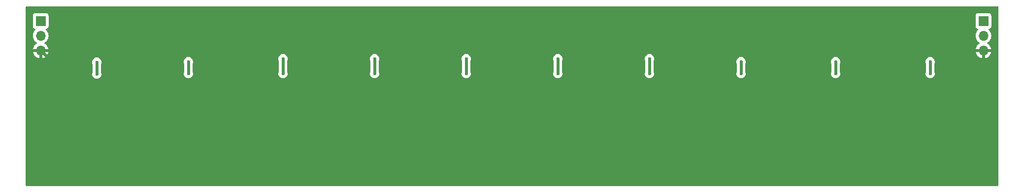
<source format=gbl>
G04 #@! TF.GenerationSoftware,KiCad,Pcbnew,8.0.3*
G04 #@! TF.CreationDate,2024-06-20T18:30:59+01:00*
G04 #@! TF.ProjectId,BClock,42436c6f-636b-42e6-9b69-6361645f7063,rev?*
G04 #@! TF.SameCoordinates,Original*
G04 #@! TF.FileFunction,Copper,L2,Bot*
G04 #@! TF.FilePolarity,Positive*
%FSLAX46Y46*%
G04 Gerber Fmt 4.6, Leading zero omitted, Abs format (unit mm)*
G04 Created by KiCad (PCBNEW 8.0.3) date 2024-06-20 18:30:59*
%MOMM*%
%LPD*%
G01*
G04 APERTURE LIST*
G04 #@! TA.AperFunction,ComponentPad*
%ADD10O,1.700000X1.700000*%
G04 #@! TD*
G04 #@! TA.AperFunction,ComponentPad*
%ADD11R,1.700000X1.700000*%
G04 #@! TD*
G04 #@! TA.AperFunction,ViaPad*
%ADD12C,0.600000*%
G04 #@! TD*
G04 #@! TA.AperFunction,Conductor*
%ADD13C,0.500000*%
G04 #@! TD*
G04 APERTURE END LIST*
D10*
X71628000Y-82374500D03*
X71628000Y-79834500D03*
D11*
X71628000Y-77294500D03*
D10*
X233680000Y-82374500D03*
X233680000Y-79834500D03*
D11*
X233680000Y-77294500D03*
D12*
X224536000Y-84328000D03*
X224536000Y-86360000D03*
X208280000Y-84328000D03*
X208280000Y-86360000D03*
X192024000Y-84328000D03*
X192024000Y-86360000D03*
X176276000Y-86360000D03*
X176276000Y-83820000D03*
X160528000Y-83820000D03*
X160528000Y-86360000D03*
X144780000Y-86360000D03*
X144780000Y-83820000D03*
X129032000Y-86360000D03*
X129032000Y-83820000D03*
X113284000Y-86360000D03*
X113284000Y-83820000D03*
X77724000Y-86360000D03*
X97028000Y-84328000D03*
X97028000Y-86360000D03*
X99568004Y-96598500D03*
X94996000Y-90502500D03*
X115824004Y-96520000D03*
X111252000Y-90424000D03*
X131572004Y-96598500D03*
X127000000Y-90502500D03*
X147320004Y-96598500D03*
X142748000Y-90502500D03*
X174244000Y-90424000D03*
X178816004Y-96520000D03*
X189992000Y-90502500D03*
X194564004Y-96598500D03*
X210820004Y-96520000D03*
X206248000Y-90424000D03*
X222504000Y-90424000D03*
X227076004Y-96520000D03*
X163068004Y-96520000D03*
X158496000Y-90424000D03*
X81280000Y-84406500D03*
X81280000Y-86438500D03*
X79248000Y-90502500D03*
X83820004Y-96598500D03*
D13*
X224536000Y-84328000D02*
X224536000Y-86360000D01*
X208280000Y-84328000D02*
X208280000Y-86360000D01*
X192024000Y-84328000D02*
X192024000Y-86360000D01*
X176276000Y-83820000D02*
X176276000Y-86360000D01*
X160528000Y-83820000D02*
X160528000Y-86360000D01*
X144780000Y-83820000D02*
X144780000Y-86360000D01*
X129032000Y-83820000D02*
X129032000Y-86360000D01*
X113284000Y-83820000D02*
X113284000Y-86360000D01*
X72644000Y-83390500D02*
X71628000Y-82374500D01*
X73152000Y-86360000D02*
X72644000Y-85852000D01*
X77724000Y-86360000D02*
X73152000Y-86360000D01*
X72644000Y-85852000D02*
X72644000Y-83390500D01*
X97028000Y-84328000D02*
X97028000Y-86360000D01*
X222504000Y-91440000D02*
X227076004Y-96012004D01*
X227076004Y-96012004D02*
X227076004Y-96520000D01*
X222504000Y-90424000D02*
X222504000Y-91440000D01*
X206248000Y-91440000D02*
X210820004Y-96012004D01*
X210820004Y-96012004D02*
X210820004Y-96520000D01*
X206248000Y-90424000D02*
X206248000Y-91440000D01*
X189992000Y-91518500D02*
X194564004Y-96090504D01*
X194564004Y-96090504D02*
X194564004Y-96598500D01*
X189992000Y-90502500D02*
X189992000Y-91518500D01*
X174244000Y-91440000D02*
X178816004Y-96012004D01*
X178816004Y-96012004D02*
X178816004Y-96520000D01*
X174244000Y-90424000D02*
X174244000Y-91440000D01*
X158496000Y-91440000D02*
X163068004Y-96012004D01*
X163068004Y-96012004D02*
X163068004Y-96520000D01*
X158496000Y-90424000D02*
X158496000Y-91440000D01*
X142748000Y-91518500D02*
X147320004Y-96090504D01*
X147320004Y-96090504D02*
X147320004Y-96598500D01*
X142748000Y-90502500D02*
X142748000Y-91518500D01*
X127000000Y-91518500D02*
X131572004Y-96090504D01*
X131572004Y-96090504D02*
X131572004Y-96598500D01*
X127000000Y-90502500D02*
X127000000Y-91518500D01*
X111252000Y-91440000D02*
X115824004Y-96012004D01*
X115824004Y-96012004D02*
X115824004Y-96520000D01*
X111252000Y-90424000D02*
X111252000Y-91440000D01*
X94996000Y-91518500D02*
X99568004Y-96090504D01*
X99568004Y-96090504D02*
X99568004Y-96598500D01*
X94996000Y-90502500D02*
X94996000Y-91518500D01*
X81280000Y-86438500D02*
X81280000Y-84406500D01*
X79248000Y-90502500D02*
X79248000Y-91518500D01*
X83820004Y-96090504D02*
X83820004Y-96598500D01*
X79248000Y-91518500D02*
X83820004Y-96090504D01*
G04 #@! TA.AperFunction,Conductor*
G36*
X236170539Y-74766685D02*
G01*
X236216294Y-74819489D01*
X236227500Y-74871000D01*
X236227500Y-105626000D01*
X236207815Y-105693039D01*
X236155011Y-105738794D01*
X236103500Y-105750000D01*
X69204500Y-105750000D01*
X69137461Y-105730315D01*
X69091706Y-105677511D01*
X69080500Y-105626000D01*
X69080500Y-84406496D01*
X80474435Y-84406496D01*
X80474435Y-84406503D01*
X80494630Y-84585749D01*
X80494631Y-84585754D01*
X80522542Y-84665517D01*
X80529500Y-84706472D01*
X80529500Y-86138528D01*
X80522542Y-86179482D01*
X80494631Y-86259247D01*
X80474435Y-86438496D01*
X80474435Y-86438503D01*
X80494630Y-86617749D01*
X80494631Y-86617754D01*
X80554211Y-86788023D01*
X80600859Y-86862262D01*
X80650184Y-86940762D01*
X80777738Y-87068316D01*
X80930478Y-87164289D01*
X80934125Y-87165565D01*
X81100745Y-87223868D01*
X81100750Y-87223869D01*
X81279996Y-87244065D01*
X81280000Y-87244065D01*
X81280004Y-87244065D01*
X81459249Y-87223869D01*
X81459252Y-87223868D01*
X81459255Y-87223868D01*
X81629522Y-87164289D01*
X81782262Y-87068316D01*
X81909816Y-86940762D01*
X82005789Y-86788022D01*
X82065368Y-86617755D01*
X82074213Y-86539254D01*
X82085565Y-86438503D01*
X82085565Y-86438496D01*
X82065368Y-86259247D01*
X82065368Y-86259245D01*
X82037458Y-86179482D01*
X82030500Y-86138528D01*
X82030500Y-84706472D01*
X82037458Y-84665517D01*
X82065368Y-84585755D01*
X82074213Y-84507254D01*
X82085565Y-84406503D01*
X82085565Y-84406496D01*
X82076720Y-84327996D01*
X96222435Y-84327996D01*
X96222435Y-84328003D01*
X96242630Y-84507249D01*
X96242631Y-84507254D01*
X96270542Y-84587017D01*
X96277500Y-84627972D01*
X96277500Y-86060028D01*
X96270542Y-86100982D01*
X96242631Y-86180747D01*
X96222435Y-86359996D01*
X96222435Y-86360003D01*
X96242630Y-86539249D01*
X96242631Y-86539254D01*
X96302211Y-86709523D01*
X96351536Y-86788022D01*
X96398184Y-86862262D01*
X96525738Y-86989816D01*
X96678478Y-87085789D01*
X96848745Y-87145368D01*
X96848750Y-87145369D01*
X97027996Y-87165565D01*
X97028000Y-87165565D01*
X97028004Y-87165565D01*
X97207249Y-87145369D01*
X97207252Y-87145368D01*
X97207255Y-87145368D01*
X97377522Y-87085789D01*
X97530262Y-86989816D01*
X97657816Y-86862262D01*
X97753789Y-86709522D01*
X97813368Y-86539255D01*
X97824720Y-86438503D01*
X97833565Y-86360003D01*
X97833565Y-86359996D01*
X97813368Y-86180747D01*
X97813368Y-86180745D01*
X97785458Y-86100982D01*
X97778500Y-86060028D01*
X97778500Y-84627972D01*
X97785458Y-84587017D01*
X97813368Y-84507254D01*
X97813369Y-84507249D01*
X97833565Y-84328003D01*
X97833565Y-84327996D01*
X97813369Y-84148750D01*
X97813368Y-84148745D01*
X97781257Y-84056978D01*
X97753789Y-83978478D01*
X97657816Y-83825738D01*
X97652074Y-83819996D01*
X112478435Y-83819996D01*
X112478435Y-83820003D01*
X112498630Y-83999249D01*
X112498631Y-83999254D01*
X112526542Y-84079017D01*
X112533500Y-84119972D01*
X112533500Y-86060028D01*
X112526542Y-86100982D01*
X112498631Y-86180747D01*
X112478435Y-86359996D01*
X112478435Y-86360003D01*
X112498630Y-86539249D01*
X112498631Y-86539254D01*
X112558211Y-86709523D01*
X112607536Y-86788022D01*
X112654184Y-86862262D01*
X112781738Y-86989816D01*
X112934478Y-87085789D01*
X113104745Y-87145368D01*
X113104750Y-87145369D01*
X113283996Y-87165565D01*
X113284000Y-87165565D01*
X113284004Y-87165565D01*
X113463249Y-87145369D01*
X113463252Y-87145368D01*
X113463255Y-87145368D01*
X113633522Y-87085789D01*
X113786262Y-86989816D01*
X113913816Y-86862262D01*
X114009789Y-86709522D01*
X114069368Y-86539255D01*
X114080720Y-86438503D01*
X114089565Y-86360003D01*
X114089565Y-86359996D01*
X114069368Y-86180747D01*
X114069368Y-86180745D01*
X114041458Y-86100982D01*
X114034500Y-86060028D01*
X114034500Y-84119972D01*
X114041458Y-84079017D01*
X114049170Y-84056978D01*
X114069368Y-83999255D01*
X114071709Y-83978478D01*
X114089565Y-83820003D01*
X114089565Y-83819996D01*
X128226435Y-83819996D01*
X128226435Y-83820003D01*
X128246630Y-83999249D01*
X128246631Y-83999254D01*
X128274542Y-84079017D01*
X128281500Y-84119972D01*
X128281500Y-86060028D01*
X128274542Y-86100982D01*
X128246631Y-86180747D01*
X128226435Y-86359996D01*
X128226435Y-86360003D01*
X128246630Y-86539249D01*
X128246631Y-86539254D01*
X128306211Y-86709523D01*
X128355536Y-86788022D01*
X128402184Y-86862262D01*
X128529738Y-86989816D01*
X128682478Y-87085789D01*
X128852745Y-87145368D01*
X128852750Y-87145369D01*
X129031996Y-87165565D01*
X129032000Y-87165565D01*
X129032004Y-87165565D01*
X129211249Y-87145369D01*
X129211252Y-87145368D01*
X129211255Y-87145368D01*
X129381522Y-87085789D01*
X129534262Y-86989816D01*
X129661816Y-86862262D01*
X129757789Y-86709522D01*
X129817368Y-86539255D01*
X129828720Y-86438503D01*
X129837565Y-86360003D01*
X129837565Y-86359996D01*
X129817368Y-86180747D01*
X129817368Y-86180745D01*
X129789458Y-86100982D01*
X129782500Y-86060028D01*
X129782500Y-84119972D01*
X129789458Y-84079017D01*
X129797170Y-84056978D01*
X129817368Y-83999255D01*
X129819709Y-83978478D01*
X129837565Y-83820003D01*
X129837565Y-83819996D01*
X143974435Y-83819996D01*
X143974435Y-83820003D01*
X143994630Y-83999249D01*
X143994631Y-83999254D01*
X144022542Y-84079017D01*
X144029500Y-84119972D01*
X144029500Y-86060028D01*
X144022542Y-86100982D01*
X143994631Y-86180747D01*
X143974435Y-86359996D01*
X143974435Y-86360003D01*
X143994630Y-86539249D01*
X143994631Y-86539254D01*
X144054211Y-86709523D01*
X144103536Y-86788022D01*
X144150184Y-86862262D01*
X144277738Y-86989816D01*
X144430478Y-87085789D01*
X144600745Y-87145368D01*
X144600750Y-87145369D01*
X144779996Y-87165565D01*
X144780000Y-87165565D01*
X144780004Y-87165565D01*
X144959249Y-87145369D01*
X144959252Y-87145368D01*
X144959255Y-87145368D01*
X145129522Y-87085789D01*
X145282262Y-86989816D01*
X145409816Y-86862262D01*
X145505789Y-86709522D01*
X145565368Y-86539255D01*
X145576720Y-86438503D01*
X145585565Y-86360003D01*
X145585565Y-86359996D01*
X145565368Y-86180747D01*
X145565368Y-86180745D01*
X145537458Y-86100982D01*
X145530500Y-86060028D01*
X145530500Y-84119972D01*
X145537458Y-84079017D01*
X145545170Y-84056978D01*
X145565368Y-83999255D01*
X145567709Y-83978478D01*
X145585565Y-83820003D01*
X145585565Y-83819996D01*
X159722435Y-83819996D01*
X159722435Y-83820003D01*
X159742630Y-83999249D01*
X159742631Y-83999254D01*
X159770542Y-84079017D01*
X159777500Y-84119972D01*
X159777500Y-86060028D01*
X159770542Y-86100982D01*
X159742631Y-86180747D01*
X159722435Y-86359996D01*
X159722435Y-86360003D01*
X159742630Y-86539249D01*
X159742631Y-86539254D01*
X159802211Y-86709523D01*
X159851536Y-86788022D01*
X159898184Y-86862262D01*
X160025738Y-86989816D01*
X160178478Y-87085789D01*
X160348745Y-87145368D01*
X160348750Y-87145369D01*
X160527996Y-87165565D01*
X160528000Y-87165565D01*
X160528004Y-87165565D01*
X160707249Y-87145369D01*
X160707252Y-87145368D01*
X160707255Y-87145368D01*
X160877522Y-87085789D01*
X161030262Y-86989816D01*
X161157816Y-86862262D01*
X161253789Y-86709522D01*
X161313368Y-86539255D01*
X161324720Y-86438503D01*
X161333565Y-86360003D01*
X161333565Y-86359996D01*
X161313368Y-86180747D01*
X161313368Y-86180745D01*
X161285458Y-86100982D01*
X161278500Y-86060028D01*
X161278500Y-84119972D01*
X161285458Y-84079017D01*
X161293170Y-84056978D01*
X161313368Y-83999255D01*
X161315709Y-83978478D01*
X161333565Y-83820003D01*
X161333565Y-83819996D01*
X175470435Y-83819996D01*
X175470435Y-83820003D01*
X175490630Y-83999249D01*
X175490631Y-83999254D01*
X175518542Y-84079017D01*
X175525500Y-84119972D01*
X175525500Y-86060028D01*
X175518542Y-86100982D01*
X175490631Y-86180747D01*
X175470435Y-86359996D01*
X175470435Y-86360003D01*
X175490630Y-86539249D01*
X175490631Y-86539254D01*
X175550211Y-86709523D01*
X175599536Y-86788022D01*
X175646184Y-86862262D01*
X175773738Y-86989816D01*
X175926478Y-87085789D01*
X176096745Y-87145368D01*
X176096750Y-87145369D01*
X176275996Y-87165565D01*
X176276000Y-87165565D01*
X176276004Y-87165565D01*
X176455249Y-87145369D01*
X176455252Y-87145368D01*
X176455255Y-87145368D01*
X176625522Y-87085789D01*
X176778262Y-86989816D01*
X176905816Y-86862262D01*
X177001789Y-86709522D01*
X177061368Y-86539255D01*
X177072720Y-86438503D01*
X177081565Y-86360003D01*
X177081565Y-86359996D01*
X177061368Y-86180747D01*
X177061368Y-86180745D01*
X177033458Y-86100982D01*
X177026500Y-86060028D01*
X177026500Y-84327996D01*
X191218435Y-84327996D01*
X191218435Y-84328003D01*
X191238630Y-84507249D01*
X191238631Y-84507254D01*
X191266542Y-84587017D01*
X191273500Y-84627972D01*
X191273500Y-86060028D01*
X191266542Y-86100982D01*
X191238631Y-86180747D01*
X191218435Y-86359996D01*
X191218435Y-86360003D01*
X191238630Y-86539249D01*
X191238631Y-86539254D01*
X191298211Y-86709523D01*
X191347536Y-86788022D01*
X191394184Y-86862262D01*
X191521738Y-86989816D01*
X191674478Y-87085789D01*
X191844745Y-87145368D01*
X191844750Y-87145369D01*
X192023996Y-87165565D01*
X192024000Y-87165565D01*
X192024004Y-87165565D01*
X192203249Y-87145369D01*
X192203252Y-87145368D01*
X192203255Y-87145368D01*
X192373522Y-87085789D01*
X192526262Y-86989816D01*
X192653816Y-86862262D01*
X192749789Y-86709522D01*
X192809368Y-86539255D01*
X192820720Y-86438503D01*
X192829565Y-86360003D01*
X192829565Y-86359996D01*
X192809368Y-86180747D01*
X192809368Y-86180745D01*
X192781458Y-86100982D01*
X192774500Y-86060028D01*
X192774500Y-84627972D01*
X192781458Y-84587017D01*
X192809368Y-84507254D01*
X192809369Y-84507249D01*
X192829565Y-84328003D01*
X192829565Y-84327996D01*
X207474435Y-84327996D01*
X207474435Y-84328003D01*
X207494630Y-84507249D01*
X207494631Y-84507254D01*
X207522542Y-84587017D01*
X207529500Y-84627972D01*
X207529500Y-86060028D01*
X207522542Y-86100982D01*
X207494631Y-86180747D01*
X207474435Y-86359996D01*
X207474435Y-86360003D01*
X207494630Y-86539249D01*
X207494631Y-86539254D01*
X207554211Y-86709523D01*
X207603536Y-86788022D01*
X207650184Y-86862262D01*
X207777738Y-86989816D01*
X207930478Y-87085789D01*
X208100745Y-87145368D01*
X208100750Y-87145369D01*
X208279996Y-87165565D01*
X208280000Y-87165565D01*
X208280004Y-87165565D01*
X208459249Y-87145369D01*
X208459252Y-87145368D01*
X208459255Y-87145368D01*
X208629522Y-87085789D01*
X208782262Y-86989816D01*
X208909816Y-86862262D01*
X209005789Y-86709522D01*
X209065368Y-86539255D01*
X209076720Y-86438503D01*
X209085565Y-86360003D01*
X209085565Y-86359996D01*
X209065368Y-86180747D01*
X209065368Y-86180745D01*
X209037458Y-86100982D01*
X209030500Y-86060028D01*
X209030500Y-84627972D01*
X209037458Y-84587017D01*
X209065368Y-84507254D01*
X209065369Y-84507249D01*
X209085565Y-84328003D01*
X209085565Y-84327996D01*
X223730435Y-84327996D01*
X223730435Y-84328003D01*
X223750630Y-84507249D01*
X223750631Y-84507254D01*
X223778542Y-84587017D01*
X223785500Y-84627972D01*
X223785500Y-86060028D01*
X223778542Y-86100982D01*
X223750631Y-86180747D01*
X223730435Y-86359996D01*
X223730435Y-86360003D01*
X223750630Y-86539249D01*
X223750631Y-86539254D01*
X223810211Y-86709523D01*
X223859536Y-86788022D01*
X223906184Y-86862262D01*
X224033738Y-86989816D01*
X224186478Y-87085789D01*
X224356745Y-87145368D01*
X224356750Y-87145369D01*
X224535996Y-87165565D01*
X224536000Y-87165565D01*
X224536004Y-87165565D01*
X224715249Y-87145369D01*
X224715252Y-87145368D01*
X224715255Y-87145368D01*
X224885522Y-87085789D01*
X225038262Y-86989816D01*
X225165816Y-86862262D01*
X225261789Y-86709522D01*
X225321368Y-86539255D01*
X225332720Y-86438503D01*
X225341565Y-86360003D01*
X225341565Y-86359996D01*
X225321368Y-86180747D01*
X225321368Y-86180745D01*
X225293458Y-86100982D01*
X225286500Y-86060028D01*
X225286500Y-84627972D01*
X225293458Y-84587017D01*
X225321368Y-84507254D01*
X225321369Y-84507249D01*
X225341565Y-84328003D01*
X225341565Y-84327996D01*
X225321369Y-84148750D01*
X225321368Y-84148745D01*
X225289257Y-84056978D01*
X225261789Y-83978478D01*
X225165816Y-83825738D01*
X225038262Y-83698184D01*
X225010454Y-83680711D01*
X224885523Y-83602211D01*
X224715254Y-83542631D01*
X224715249Y-83542630D01*
X224536004Y-83522435D01*
X224535996Y-83522435D01*
X224356750Y-83542630D01*
X224356745Y-83542631D01*
X224186476Y-83602211D01*
X224033737Y-83698184D01*
X223906184Y-83825737D01*
X223810211Y-83978476D01*
X223750631Y-84148745D01*
X223750630Y-84148750D01*
X223730435Y-84327996D01*
X209085565Y-84327996D01*
X209065369Y-84148750D01*
X209065368Y-84148745D01*
X209033257Y-84056978D01*
X209005789Y-83978478D01*
X208909816Y-83825738D01*
X208782262Y-83698184D01*
X208754454Y-83680711D01*
X208629523Y-83602211D01*
X208459254Y-83542631D01*
X208459249Y-83542630D01*
X208280004Y-83522435D01*
X208279996Y-83522435D01*
X208100750Y-83542630D01*
X208100745Y-83542631D01*
X207930476Y-83602211D01*
X207777737Y-83698184D01*
X207650184Y-83825737D01*
X207554211Y-83978476D01*
X207494631Y-84148745D01*
X207494630Y-84148750D01*
X207474435Y-84327996D01*
X192829565Y-84327996D01*
X192809369Y-84148750D01*
X192809368Y-84148745D01*
X192777257Y-84056978D01*
X192749789Y-83978478D01*
X192653816Y-83825738D01*
X192526262Y-83698184D01*
X192498454Y-83680711D01*
X192373523Y-83602211D01*
X192203254Y-83542631D01*
X192203249Y-83542630D01*
X192024004Y-83522435D01*
X192023996Y-83522435D01*
X191844750Y-83542630D01*
X191844745Y-83542631D01*
X191674476Y-83602211D01*
X191521737Y-83698184D01*
X191394184Y-83825737D01*
X191298211Y-83978476D01*
X191238631Y-84148745D01*
X191238630Y-84148750D01*
X191218435Y-84327996D01*
X177026500Y-84327996D01*
X177026500Y-84119972D01*
X177033458Y-84079017D01*
X177041170Y-84056978D01*
X177061368Y-83999255D01*
X177063709Y-83978478D01*
X177081565Y-83820003D01*
X177081565Y-83819996D01*
X177061369Y-83640750D01*
X177061368Y-83640745D01*
X177027036Y-83542630D01*
X177001789Y-83470478D01*
X176905816Y-83317738D01*
X176778262Y-83190184D01*
X176625523Y-83094211D01*
X176455254Y-83034631D01*
X176455249Y-83034630D01*
X176276004Y-83014435D01*
X176275996Y-83014435D01*
X176096750Y-83034630D01*
X176096745Y-83034631D01*
X175926476Y-83094211D01*
X175773737Y-83190184D01*
X175646184Y-83317737D01*
X175550211Y-83470476D01*
X175490631Y-83640745D01*
X175490630Y-83640750D01*
X175470435Y-83819996D01*
X161333565Y-83819996D01*
X161313369Y-83640750D01*
X161313368Y-83640745D01*
X161279036Y-83542630D01*
X161253789Y-83470478D01*
X161157816Y-83317738D01*
X161030262Y-83190184D01*
X160877523Y-83094211D01*
X160707254Y-83034631D01*
X160707249Y-83034630D01*
X160528004Y-83014435D01*
X160527996Y-83014435D01*
X160348750Y-83034630D01*
X160348745Y-83034631D01*
X160178476Y-83094211D01*
X160025737Y-83190184D01*
X159898184Y-83317737D01*
X159802211Y-83470476D01*
X159742631Y-83640745D01*
X159742630Y-83640750D01*
X159722435Y-83819996D01*
X145585565Y-83819996D01*
X145565369Y-83640750D01*
X145565368Y-83640745D01*
X145531036Y-83542630D01*
X145505789Y-83470478D01*
X145409816Y-83317738D01*
X145282262Y-83190184D01*
X145129523Y-83094211D01*
X144959254Y-83034631D01*
X144959249Y-83034630D01*
X144780004Y-83014435D01*
X144779996Y-83014435D01*
X144600750Y-83034630D01*
X144600745Y-83034631D01*
X144430476Y-83094211D01*
X144277737Y-83190184D01*
X144150184Y-83317737D01*
X144054211Y-83470476D01*
X143994631Y-83640745D01*
X143994630Y-83640750D01*
X143974435Y-83819996D01*
X129837565Y-83819996D01*
X129817369Y-83640750D01*
X129817368Y-83640745D01*
X129783036Y-83542630D01*
X129757789Y-83470478D01*
X129661816Y-83317738D01*
X129534262Y-83190184D01*
X129381523Y-83094211D01*
X129211254Y-83034631D01*
X129211249Y-83034630D01*
X129032004Y-83014435D01*
X129031996Y-83014435D01*
X128852750Y-83034630D01*
X128852745Y-83034631D01*
X128682476Y-83094211D01*
X128529737Y-83190184D01*
X128402184Y-83317737D01*
X128306211Y-83470476D01*
X128246631Y-83640745D01*
X128246630Y-83640750D01*
X128226435Y-83819996D01*
X114089565Y-83819996D01*
X114069369Y-83640750D01*
X114069368Y-83640745D01*
X114035036Y-83542630D01*
X114009789Y-83470478D01*
X113913816Y-83317738D01*
X113786262Y-83190184D01*
X113633523Y-83094211D01*
X113463254Y-83034631D01*
X113463249Y-83034630D01*
X113284004Y-83014435D01*
X113283996Y-83014435D01*
X113104750Y-83034630D01*
X113104745Y-83034631D01*
X112934476Y-83094211D01*
X112781737Y-83190184D01*
X112654184Y-83317737D01*
X112558211Y-83470476D01*
X112498631Y-83640745D01*
X112498630Y-83640750D01*
X112478435Y-83819996D01*
X97652074Y-83819996D01*
X97530262Y-83698184D01*
X97502454Y-83680711D01*
X97377523Y-83602211D01*
X97207254Y-83542631D01*
X97207249Y-83542630D01*
X97028004Y-83522435D01*
X97027996Y-83522435D01*
X96848750Y-83542630D01*
X96848745Y-83542631D01*
X96678476Y-83602211D01*
X96525737Y-83698184D01*
X96398184Y-83825737D01*
X96302211Y-83978476D01*
X96242631Y-84148745D01*
X96242630Y-84148750D01*
X96222435Y-84327996D01*
X82076720Y-84327996D01*
X82065369Y-84227250D01*
X82065368Y-84227245D01*
X82037900Y-84148745D01*
X82005789Y-84056978D01*
X81909816Y-83904238D01*
X81782262Y-83776684D01*
X81629523Y-83680711D01*
X81459254Y-83621131D01*
X81459249Y-83621130D01*
X81280004Y-83600935D01*
X81279996Y-83600935D01*
X81100750Y-83621130D01*
X81100745Y-83621131D01*
X80930476Y-83680711D01*
X80777737Y-83776684D01*
X80650184Y-83904237D01*
X80554211Y-84056976D01*
X80494631Y-84227245D01*
X80494630Y-84227250D01*
X80474435Y-84406496D01*
X69080500Y-84406496D01*
X69080500Y-79834499D01*
X70272341Y-79834499D01*
X70272341Y-79834500D01*
X70292936Y-80069903D01*
X70292938Y-80069913D01*
X70354094Y-80298155D01*
X70354096Y-80298159D01*
X70354097Y-80298163D01*
X70453965Y-80512330D01*
X70453967Y-80512334D01*
X70589501Y-80705895D01*
X70589506Y-80705902D01*
X70756597Y-80872993D01*
X70756603Y-80872998D01*
X70942594Y-81003230D01*
X70986219Y-81057807D01*
X70993413Y-81127305D01*
X70961890Y-81189660D01*
X70942595Y-81206380D01*
X70756922Y-81336390D01*
X70756920Y-81336391D01*
X70589891Y-81503420D01*
X70589886Y-81503426D01*
X70454400Y-81696920D01*
X70454399Y-81696922D01*
X70354570Y-81911007D01*
X70354567Y-81911013D01*
X70297364Y-82124499D01*
X70297364Y-82124500D01*
X71194988Y-82124500D01*
X71162075Y-82181507D01*
X71128000Y-82308674D01*
X71128000Y-82440326D01*
X71162075Y-82567493D01*
X71194988Y-82624500D01*
X70297364Y-82624500D01*
X70354567Y-82837986D01*
X70354570Y-82837992D01*
X70454399Y-83052078D01*
X70589894Y-83245582D01*
X70756917Y-83412605D01*
X70950421Y-83548100D01*
X71164507Y-83647929D01*
X71164516Y-83647933D01*
X71378000Y-83705134D01*
X71378000Y-82807512D01*
X71435007Y-82840425D01*
X71562174Y-82874500D01*
X71693826Y-82874500D01*
X71820993Y-82840425D01*
X71878000Y-82807512D01*
X71878000Y-83705133D01*
X72091483Y-83647933D01*
X72091492Y-83647929D01*
X72305578Y-83548100D01*
X72499082Y-83412605D01*
X72666105Y-83245582D01*
X72801600Y-83052078D01*
X72901429Y-82837992D01*
X72901432Y-82837986D01*
X72958636Y-82624500D01*
X72061012Y-82624500D01*
X72093925Y-82567493D01*
X72128000Y-82440326D01*
X72128000Y-82308674D01*
X72093925Y-82181507D01*
X72061012Y-82124500D01*
X72958636Y-82124500D01*
X72958635Y-82124499D01*
X72901432Y-81911013D01*
X72901429Y-81911007D01*
X72801600Y-81696922D01*
X72801599Y-81696920D01*
X72666113Y-81503426D01*
X72666108Y-81503420D01*
X72499078Y-81336390D01*
X72313405Y-81206379D01*
X72269780Y-81151802D01*
X72262588Y-81082304D01*
X72294110Y-81019949D01*
X72313406Y-81003230D01*
X72499401Y-80872995D01*
X72666495Y-80705901D01*
X72802035Y-80512330D01*
X72901903Y-80298163D01*
X72963063Y-80069908D01*
X72983659Y-79834500D01*
X72983659Y-79834499D01*
X232324341Y-79834499D01*
X232324341Y-79834500D01*
X232344936Y-80069903D01*
X232344938Y-80069913D01*
X232406094Y-80298155D01*
X232406096Y-80298159D01*
X232406097Y-80298163D01*
X232505965Y-80512330D01*
X232505967Y-80512334D01*
X232641501Y-80705895D01*
X232641506Y-80705902D01*
X232808597Y-80872993D01*
X232808603Y-80872998D01*
X232994594Y-81003230D01*
X233038219Y-81057807D01*
X233045413Y-81127305D01*
X233013890Y-81189660D01*
X232994595Y-81206380D01*
X232808922Y-81336390D01*
X232808920Y-81336391D01*
X232641891Y-81503420D01*
X232641886Y-81503426D01*
X232506400Y-81696920D01*
X232506399Y-81696922D01*
X232406570Y-81911007D01*
X232406567Y-81911013D01*
X232349364Y-82124499D01*
X232349364Y-82124500D01*
X233246988Y-82124500D01*
X233214075Y-82181507D01*
X233180000Y-82308674D01*
X233180000Y-82440326D01*
X233214075Y-82567493D01*
X233246988Y-82624500D01*
X232349364Y-82624500D01*
X232406567Y-82837986D01*
X232406570Y-82837992D01*
X232506399Y-83052078D01*
X232641894Y-83245582D01*
X232808917Y-83412605D01*
X233002421Y-83548100D01*
X233216507Y-83647929D01*
X233216516Y-83647933D01*
X233430000Y-83705134D01*
X233430000Y-82807512D01*
X233487007Y-82840425D01*
X233614174Y-82874500D01*
X233745826Y-82874500D01*
X233872993Y-82840425D01*
X233930000Y-82807512D01*
X233930000Y-83705133D01*
X234143483Y-83647933D01*
X234143492Y-83647929D01*
X234357578Y-83548100D01*
X234551082Y-83412605D01*
X234718105Y-83245582D01*
X234853600Y-83052078D01*
X234953429Y-82837992D01*
X234953432Y-82837986D01*
X235010636Y-82624500D01*
X234113012Y-82624500D01*
X234145925Y-82567493D01*
X234180000Y-82440326D01*
X234180000Y-82308674D01*
X234145925Y-82181507D01*
X234113012Y-82124500D01*
X235010636Y-82124500D01*
X235010635Y-82124499D01*
X234953432Y-81911013D01*
X234953429Y-81911007D01*
X234853600Y-81696922D01*
X234853599Y-81696920D01*
X234718113Y-81503426D01*
X234718108Y-81503420D01*
X234551078Y-81336390D01*
X234365405Y-81206379D01*
X234321780Y-81151802D01*
X234314588Y-81082304D01*
X234346110Y-81019949D01*
X234365406Y-81003230D01*
X234551401Y-80872995D01*
X234718495Y-80705901D01*
X234854035Y-80512330D01*
X234953903Y-80298163D01*
X235015063Y-80069908D01*
X235035659Y-79834500D01*
X235015063Y-79599092D01*
X234953903Y-79370837D01*
X234854035Y-79156671D01*
X234718495Y-78963099D01*
X234596567Y-78841171D01*
X234563084Y-78779851D01*
X234568068Y-78710159D01*
X234609939Y-78654225D01*
X234640915Y-78637310D01*
X234772331Y-78588296D01*
X234887546Y-78502046D01*
X234973796Y-78386831D01*
X235024091Y-78251983D01*
X235030500Y-78192373D01*
X235030499Y-76396628D01*
X235024091Y-76337017D01*
X234973796Y-76202169D01*
X234973795Y-76202168D01*
X234973793Y-76202164D01*
X234887547Y-76086955D01*
X234887544Y-76086952D01*
X234772335Y-76000706D01*
X234772328Y-76000702D01*
X234637482Y-75950408D01*
X234637483Y-75950408D01*
X234577883Y-75944001D01*
X234577881Y-75944000D01*
X234577873Y-75944000D01*
X234577864Y-75944000D01*
X232782129Y-75944000D01*
X232782123Y-75944001D01*
X232722516Y-75950408D01*
X232587671Y-76000702D01*
X232587664Y-76000706D01*
X232472455Y-76086952D01*
X232472452Y-76086955D01*
X232386206Y-76202164D01*
X232386202Y-76202171D01*
X232335908Y-76337017D01*
X232329501Y-76396616D01*
X232329501Y-76396623D01*
X232329500Y-76396635D01*
X232329500Y-78192370D01*
X232329501Y-78192376D01*
X232335908Y-78251983D01*
X232386202Y-78386828D01*
X232386206Y-78386835D01*
X232472452Y-78502044D01*
X232472455Y-78502047D01*
X232587664Y-78588293D01*
X232587671Y-78588297D01*
X232719081Y-78637310D01*
X232775015Y-78679181D01*
X232799432Y-78744645D01*
X232784580Y-78812918D01*
X232763430Y-78841173D01*
X232641503Y-78963100D01*
X232505965Y-79156669D01*
X232505964Y-79156671D01*
X232406098Y-79370835D01*
X232406094Y-79370844D01*
X232344938Y-79599086D01*
X232344936Y-79599096D01*
X232324341Y-79834499D01*
X72983659Y-79834499D01*
X72963063Y-79599092D01*
X72901903Y-79370837D01*
X72802035Y-79156671D01*
X72666495Y-78963099D01*
X72544567Y-78841171D01*
X72511084Y-78779851D01*
X72516068Y-78710159D01*
X72557939Y-78654225D01*
X72588915Y-78637310D01*
X72720331Y-78588296D01*
X72835546Y-78502046D01*
X72921796Y-78386831D01*
X72972091Y-78251983D01*
X72978500Y-78192373D01*
X72978499Y-76396628D01*
X72972091Y-76337017D01*
X72921796Y-76202169D01*
X72921795Y-76202168D01*
X72921793Y-76202164D01*
X72835547Y-76086955D01*
X72835544Y-76086952D01*
X72720335Y-76000706D01*
X72720328Y-76000702D01*
X72585482Y-75950408D01*
X72585483Y-75950408D01*
X72525883Y-75944001D01*
X72525881Y-75944000D01*
X72525873Y-75944000D01*
X72525864Y-75944000D01*
X70730129Y-75944000D01*
X70730123Y-75944001D01*
X70670516Y-75950408D01*
X70535671Y-76000702D01*
X70535664Y-76000706D01*
X70420455Y-76086952D01*
X70420452Y-76086955D01*
X70334206Y-76202164D01*
X70334202Y-76202171D01*
X70283908Y-76337017D01*
X70277501Y-76396616D01*
X70277501Y-76396623D01*
X70277500Y-76396635D01*
X70277500Y-78192370D01*
X70277501Y-78192376D01*
X70283908Y-78251983D01*
X70334202Y-78386828D01*
X70334206Y-78386835D01*
X70420452Y-78502044D01*
X70420455Y-78502047D01*
X70535664Y-78588293D01*
X70535671Y-78588297D01*
X70667081Y-78637310D01*
X70723015Y-78679181D01*
X70747432Y-78744645D01*
X70732580Y-78812918D01*
X70711430Y-78841173D01*
X70589503Y-78963100D01*
X70453965Y-79156669D01*
X70453964Y-79156671D01*
X70354098Y-79370835D01*
X70354094Y-79370844D01*
X70292938Y-79599086D01*
X70292936Y-79599096D01*
X70272341Y-79834499D01*
X69080500Y-79834499D01*
X69080500Y-74871000D01*
X69100185Y-74803961D01*
X69152989Y-74758206D01*
X69204500Y-74747000D01*
X236103500Y-74747000D01*
X236170539Y-74766685D01*
G37*
G04 #@! TD.AperFunction*
M02*

</source>
